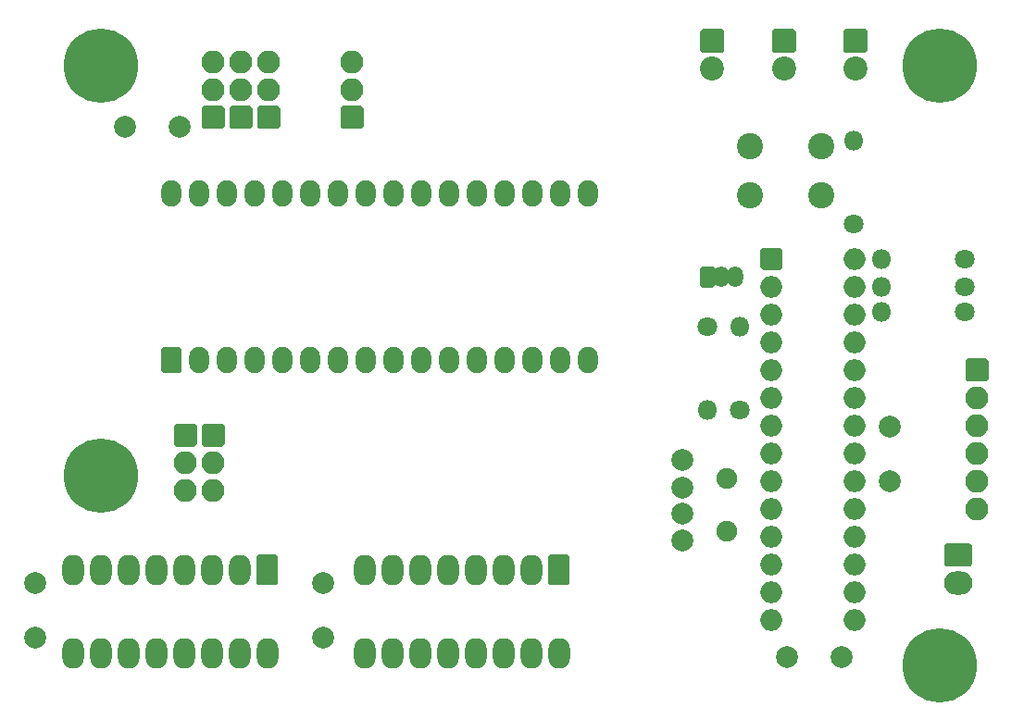
<source format=gts>
G04 #@! TF.GenerationSoftware,KiCad,Pcbnew,5.1.9*
G04 #@! TF.CreationDate,2021-04-11T00:08:53+02:00*
G04 #@! TF.ProjectId,urp,7572702e-6b69-4636-9164-5f7063625858,rev?*
G04 #@! TF.SameCoordinates,Original*
G04 #@! TF.FileFunction,Soldermask,Top*
G04 #@! TF.FilePolarity,Negative*
%FSLAX46Y46*%
G04 Gerber Fmt 4.6, Leading zero omitted, Abs format (unit mm)*
G04 Created by KiCad (PCBNEW 5.1.9) date 2021-04-11 00:08:53*
%MOMM*%
%LPD*%
G01*
G04 APERTURE LIST*
%ADD10O,2.590000X2.140000*%
%ADD11O,1.800000X1.800000*%
%ADD12C,1.800000*%
%ADD13O,1.450000X1.900000*%
%ADD14C,2.000000*%
%ADD15C,2.200000*%
%ADD16O,2.100000X2.100000*%
%ADD17O,1.840000X2.400000*%
%ADD18C,1.900000*%
%ADD19C,2.400000*%
%ADD20C,6.800000*%
%ADD21O,2.000000X2.800000*%
%ADD22O,2.000000X2.000000*%
G04 APERTURE END LIST*
D10*
G04 #@! TO.C,J3*
X141550000Y-132340000D03*
G36*
G01*
X140562470Y-128730000D02*
X142537530Y-128730000D01*
G75*
G02*
X142845000Y-129037470I0J-307470D01*
G01*
X142845000Y-130562530D01*
G75*
G02*
X142537530Y-130870000I-307470J0D01*
G01*
X140562470Y-130870000D01*
G75*
G02*
X140255000Y-130562530I0J307470D01*
G01*
X140255000Y-129037470D01*
G75*
G02*
X140562470Y-128730000I307470J0D01*
G01*
G37*
G04 #@! TD*
D11*
G04 #@! TO.C,R6*
X121548000Y-108932000D03*
D12*
X121548000Y-116552000D03*
G04 #@! TD*
D11*
G04 #@! TO.C,R5*
X118627000Y-116552000D03*
D12*
X118627000Y-108932000D03*
G04 #@! TD*
G04 #@! TO.C,Q1*
G36*
G01*
X117902000Y-105110000D02*
X117902000Y-103610000D01*
G75*
G02*
X118102000Y-103410000I200000J0D01*
G01*
X119152000Y-103410000D01*
G75*
G02*
X119352000Y-103610000I0J-200000D01*
G01*
X119352000Y-105110000D01*
G75*
G02*
X119152000Y-105310000I-200000J0D01*
G01*
X118102000Y-105310000D01*
G75*
G02*
X117902000Y-105110000I0J200000D01*
G01*
G37*
D13*
X121167000Y-104360000D03*
X119897000Y-104360000D03*
G04 #@! TD*
D14*
G04 #@! TO.C,C3*
X65367000Y-90580500D03*
X70367000Y-90580500D03*
G04 #@! TD*
D11*
G04 #@! TO.C,R2*
X134502000Y-107535000D03*
D12*
X142122000Y-107535000D03*
G04 #@! TD*
D15*
G04 #@! TO.C,D1*
X119071500Y-85310000D03*
G36*
G01*
X118171500Y-81670000D02*
X119971500Y-81670000D01*
G75*
G02*
X120171500Y-81870000I0J-200000D01*
G01*
X120171500Y-83670000D01*
G75*
G02*
X119971500Y-83870000I-200000J0D01*
G01*
X118171500Y-83870000D01*
G75*
G02*
X117971500Y-83670000I0J200000D01*
G01*
X117971500Y-81870000D01*
G75*
G02*
X118171500Y-81670000I200000J0D01*
G01*
G37*
G04 #@! TD*
D11*
G04 #@! TO.C,R4*
X134502000Y-102709000D03*
D12*
X142122000Y-102709000D03*
G04 #@! TD*
D11*
G04 #@! TO.C,R3*
X134502000Y-105249000D03*
D12*
X142122000Y-105249000D03*
G04 #@! TD*
D15*
G04 #@! TO.C,D3*
X132152500Y-85310000D03*
G36*
G01*
X131252500Y-81670000D02*
X133052500Y-81670000D01*
G75*
G02*
X133252500Y-81870000I0J-200000D01*
G01*
X133252500Y-83670000D01*
G75*
G02*
X133052500Y-83870000I-200000J0D01*
G01*
X131252500Y-83870000D01*
G75*
G02*
X131052500Y-83670000I0J200000D01*
G01*
X131052500Y-81870000D01*
G75*
G02*
X131252500Y-81670000I200000J0D01*
G01*
G37*
G04 #@! TD*
G04 #@! TO.C,D2*
X125612000Y-85310000D03*
G36*
G01*
X124712000Y-81670000D02*
X126512000Y-81670000D01*
G75*
G02*
X126712000Y-81870000I0J-200000D01*
G01*
X126712000Y-83670000D01*
G75*
G02*
X126512000Y-83870000I-200000J0D01*
G01*
X124712000Y-83870000D01*
G75*
G02*
X124512000Y-83670000I0J200000D01*
G01*
X124512000Y-81870000D01*
G75*
G02*
X124712000Y-81670000I200000J0D01*
G01*
G37*
G04 #@! TD*
D16*
G04 #@! TO.C,JP6*
X73415000Y-84675000D03*
X73415000Y-87215000D03*
G36*
G01*
X74465000Y-88905000D02*
X74465000Y-90605000D01*
G75*
G02*
X74265000Y-90805000I-200000J0D01*
G01*
X72565000Y-90805000D01*
G75*
G02*
X72365000Y-90605000I0J200000D01*
G01*
X72365000Y-88905000D01*
G75*
G02*
X72565000Y-88705000I200000J0D01*
G01*
X74265000Y-88705000D01*
G75*
G02*
X74465000Y-88905000I0J-200000D01*
G01*
G37*
G04 #@! TD*
G04 #@! TO.C,JP5*
X75955000Y-84675000D03*
X75955000Y-87215000D03*
G36*
G01*
X77005000Y-88905000D02*
X77005000Y-90605000D01*
G75*
G02*
X76805000Y-90805000I-200000J0D01*
G01*
X75105000Y-90805000D01*
G75*
G02*
X74905000Y-90605000I0J200000D01*
G01*
X74905000Y-88905000D01*
G75*
G02*
X75105000Y-88705000I200000J0D01*
G01*
X76805000Y-88705000D01*
G75*
G02*
X77005000Y-88905000I0J-200000D01*
G01*
G37*
G04 #@! TD*
G04 #@! TO.C,JP4*
X78495000Y-84675000D03*
X78495000Y-87215000D03*
G36*
G01*
X79545000Y-88905000D02*
X79545000Y-90605000D01*
G75*
G02*
X79345000Y-90805000I-200000J0D01*
G01*
X77645000Y-90805000D01*
G75*
G02*
X77445000Y-90605000I0J200000D01*
G01*
X77445000Y-88905000D01*
G75*
G02*
X77645000Y-88705000I200000J0D01*
G01*
X79345000Y-88705000D01*
G75*
G02*
X79545000Y-88905000I0J-200000D01*
G01*
G37*
G04 #@! TD*
G04 #@! TO.C,JP3*
X86115000Y-84675000D03*
X86115000Y-87215000D03*
G36*
G01*
X87165000Y-88905000D02*
X87165000Y-90605000D01*
G75*
G02*
X86965000Y-90805000I-200000J0D01*
G01*
X85265000Y-90805000D01*
G75*
G02*
X85065000Y-90605000I0J200000D01*
G01*
X85065000Y-88905000D01*
G75*
G02*
X85265000Y-88705000I200000J0D01*
G01*
X86965000Y-88705000D01*
G75*
G02*
X87165000Y-88905000I0J-200000D01*
G01*
G37*
G04 #@! TD*
G04 #@! TO.C,JP2*
X73415000Y-123918000D03*
X73415000Y-121378000D03*
G36*
G01*
X72365000Y-119688000D02*
X72365000Y-117988000D01*
G75*
G02*
X72565000Y-117788000I200000J0D01*
G01*
X74265000Y-117788000D01*
G75*
G02*
X74465000Y-117988000I0J-200000D01*
G01*
X74465000Y-119688000D01*
G75*
G02*
X74265000Y-119888000I-200000J0D01*
G01*
X72565000Y-119888000D01*
G75*
G02*
X72365000Y-119688000I0J200000D01*
G01*
G37*
G04 #@! TD*
G04 #@! TO.C,JP1*
X70875000Y-123918000D03*
X70875000Y-121378000D03*
G36*
G01*
X69825000Y-119688000D02*
X69825000Y-117988000D01*
G75*
G02*
X70025000Y-117788000I200000J0D01*
G01*
X71725000Y-117788000D01*
G75*
G02*
X71925000Y-117988000I0J-200000D01*
G01*
X71925000Y-119688000D01*
G75*
G02*
X71725000Y-119888000I-200000J0D01*
G01*
X70025000Y-119888000D01*
G75*
G02*
X69825000Y-119688000I0J200000D01*
G01*
G37*
G04 #@! TD*
D17*
G04 #@! TO.C,J2*
X107705000Y-96740000D03*
X107705000Y-111980000D03*
X105165000Y-96740000D03*
X105165000Y-111980000D03*
X102625000Y-96740000D03*
X102625000Y-111980000D03*
X100085000Y-96740000D03*
X100085000Y-111980000D03*
X97545000Y-96740000D03*
X97545000Y-111980000D03*
X95005000Y-96740000D03*
X95005000Y-111980000D03*
X92465000Y-96740000D03*
X92465000Y-111980000D03*
X89925000Y-96740000D03*
X89925000Y-111980000D03*
X87385000Y-96740000D03*
X87385000Y-111980000D03*
X84845000Y-96740000D03*
X84845000Y-111980000D03*
X82305000Y-96740000D03*
X82305000Y-111980000D03*
X79765000Y-96740000D03*
X79765000Y-111980000D03*
X77225000Y-96740000D03*
X77225000Y-111980000D03*
X74685000Y-96740000D03*
X74685000Y-111980000D03*
X72145000Y-96740000D03*
X72145000Y-111980000D03*
X69605000Y-96740000D03*
G36*
G01*
X70325000Y-113180000D02*
X68885000Y-113180000D01*
G75*
G02*
X68685000Y-112980000I0J200000D01*
G01*
X68685000Y-110980000D01*
G75*
G02*
X68885000Y-110780000I200000J0D01*
G01*
X70325000Y-110780000D01*
G75*
G02*
X70525000Y-110980000I0J-200000D01*
G01*
X70525000Y-112980000D01*
G75*
G02*
X70325000Y-113180000I-200000J0D01*
G01*
G37*
G04 #@! TD*
D11*
G04 #@! TO.C,R1*
X131962000Y-91850500D03*
D12*
X131962000Y-99470500D03*
G04 #@! TD*
D18*
G04 #@! TO.C,Y1*
X120405000Y-127655000D03*
X120405000Y-122775000D03*
G04 #@! TD*
D14*
G04 #@! TO.C,C7*
X116341000Y-125990000D03*
X116341000Y-128490000D03*
G04 #@! TD*
G04 #@! TO.C,C6*
X116341000Y-123624000D03*
X116341000Y-121124000D03*
G04 #@! TD*
G04 #@! TO.C,C4*
X83448000Y-132380000D03*
X83448000Y-137380000D03*
G04 #@! TD*
G04 #@! TO.C,C2*
X130866000Y-139158000D03*
X125866000Y-139158000D03*
G04 #@! TD*
G04 #@! TO.C,C5*
X57159000Y-132380000D03*
X57159000Y-137380000D03*
G04 #@! TD*
G04 #@! TO.C,C1*
X135264000Y-118029000D03*
X135264000Y-123029000D03*
G04 #@! TD*
D16*
G04 #@! TO.C,J1*
X143265000Y-125569000D03*
X143265000Y-123029000D03*
X143265000Y-120489000D03*
X143265000Y-117949000D03*
X143265000Y-115409000D03*
G36*
G01*
X142215000Y-113719000D02*
X142215000Y-112019000D01*
G75*
G02*
X142415000Y-111819000I200000J0D01*
G01*
X144115000Y-111819000D01*
G75*
G02*
X144315000Y-112019000I0J-200000D01*
G01*
X144315000Y-113719000D01*
G75*
G02*
X144115000Y-113919000I-200000J0D01*
G01*
X142415000Y-113919000D01*
G75*
G02*
X142215000Y-113719000I0J200000D01*
G01*
G37*
G04 #@! TD*
D19*
G04 #@! TO.C,SW1*
X122541000Y-96867000D03*
X122541000Y-92367000D03*
X129041000Y-96867000D03*
X129041000Y-92367000D03*
G04 #@! TD*
D20*
G04 #@! TO.C,H4*
X139836000Y-85056000D03*
G04 #@! TD*
G04 #@! TO.C,H3*
X63128000Y-122521000D03*
G04 #@! TD*
G04 #@! TO.C,H2*
X63128000Y-85056000D03*
G04 #@! TD*
G04 #@! TO.C,H1*
X139836000Y-139920000D03*
G04 #@! TD*
D21*
G04 #@! TO.C,U2*
X78368000Y-138777000D03*
X60588000Y-131157000D03*
X75828000Y-138777000D03*
X63128000Y-131157000D03*
X73288000Y-138777000D03*
X65668000Y-131157000D03*
X70748000Y-138777000D03*
X68208000Y-131157000D03*
X68208000Y-138777000D03*
X70748000Y-131157000D03*
X65668000Y-138777000D03*
X73288000Y-131157000D03*
X63128000Y-138777000D03*
X75828000Y-131157000D03*
X60588000Y-138777000D03*
G36*
G01*
X77568000Y-129757000D02*
X79168000Y-129757000D01*
G75*
G02*
X79368000Y-129957000I0J-200000D01*
G01*
X79368000Y-132357000D01*
G75*
G02*
X79168000Y-132557000I-200000J0D01*
G01*
X77568000Y-132557000D01*
G75*
G02*
X77368000Y-132357000I0J200000D01*
G01*
X77368000Y-129957000D01*
G75*
G02*
X77568000Y-129757000I200000J0D01*
G01*
G37*
G04 #@! TD*
G04 #@! TO.C,U1*
X105038000Y-138777000D03*
X87258000Y-131157000D03*
X102498000Y-138777000D03*
X89798000Y-131157000D03*
X99958000Y-138777000D03*
X92338000Y-131157000D03*
X97418000Y-138777000D03*
X94878000Y-131157000D03*
X94878000Y-138777000D03*
X97418000Y-131157000D03*
X92338000Y-138777000D03*
X99958000Y-131157000D03*
X89798000Y-138777000D03*
X102498000Y-131157000D03*
X87258000Y-138777000D03*
G36*
G01*
X104238000Y-129757000D02*
X105838000Y-129757000D01*
G75*
G02*
X106038000Y-129957000I0J-200000D01*
G01*
X106038000Y-132357000D01*
G75*
G02*
X105838000Y-132557000I-200000J0D01*
G01*
X104238000Y-132557000D01*
G75*
G02*
X104038000Y-132357000I0J200000D01*
G01*
X104038000Y-129957000D01*
G75*
G02*
X104238000Y-129757000I200000J0D01*
G01*
G37*
G04 #@! TD*
G04 #@! TO.C,U3*
G36*
G01*
X123469000Y-103509000D02*
X123469000Y-101909000D01*
G75*
G02*
X123669000Y-101709000I200000J0D01*
G01*
X125269000Y-101709000D01*
G75*
G02*
X125469000Y-101909000I0J-200000D01*
G01*
X125469000Y-103509000D01*
G75*
G02*
X125269000Y-103709000I-200000J0D01*
G01*
X123669000Y-103709000D01*
G75*
G02*
X123469000Y-103509000I0J200000D01*
G01*
G37*
D22*
X132089000Y-135729000D03*
X124469000Y-105249000D03*
X132089000Y-133189000D03*
X124469000Y-107789000D03*
X132089000Y-130649000D03*
X124469000Y-110329000D03*
X132089000Y-128109000D03*
X124469000Y-112869000D03*
X132089000Y-125569000D03*
X124469000Y-115409000D03*
X132089000Y-123029000D03*
X124469000Y-117949000D03*
X132089000Y-120489000D03*
X124469000Y-120489000D03*
X132089000Y-117949000D03*
X124469000Y-123029000D03*
X132089000Y-115409000D03*
X124469000Y-125569000D03*
X132089000Y-112869000D03*
X124469000Y-128109000D03*
X132089000Y-110329000D03*
X124469000Y-130649000D03*
X132089000Y-107789000D03*
X124469000Y-133189000D03*
X132089000Y-105249000D03*
X124469000Y-135729000D03*
X132089000Y-102709000D03*
G04 #@! TD*
M02*

</source>
